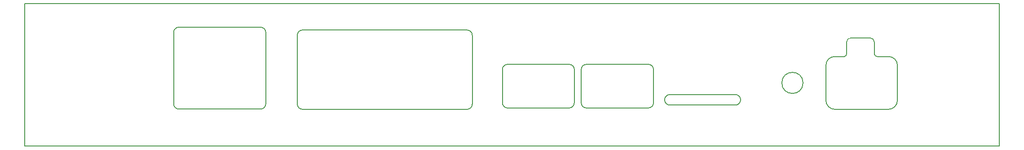
<source format=gko>
G04*
G04 #@! TF.GenerationSoftware,Altium Limited,Altium Designer,25.2.1 (25)*
G04*
G04 Layer_Color=16711935*
%FSLAX44Y44*%
%MOMM*%
G71*
G04*
G04 #@! TF.SameCoordinates,62041A71-F918-47F9-96D0-25FA0287C397*
G04*
G04*
G04 #@! TF.FilePolarity,Positive*
G04*
G01*
G75*
%ADD11C,0.1270*%
D11*
X1628364Y69812D02*
G03*
X1645132Y86580I-0J16768D01*
G01*
Y153140D02*
G03*
X1628364Y169908I-16768J0D01*
G01*
X1601610Y174479D02*
G03*
X1607437Y169908I5199J628D01*
G01*
X1601610Y197231D02*
G03*
X1593689Y205152I-7921J-0D01*
G01*
X1557228D02*
G03*
X1549307Y197231I0J-7921D01*
G01*
X1544869Y169908D02*
G03*
X1549307Y174346I0J4438D01*
G01*
X1527156Y169908D02*
G03*
X1510388Y153140I0J-16768D01*
G01*
Y86580D02*
G03*
X1527156Y69812I16768J-0D01*
G01*
X1175438Y72239D02*
G03*
X1185424Y82225I-0J9987D01*
G01*
Y145126D02*
G03*
X1175438Y155113I-9987J0D01*
G01*
X1059107D02*
G03*
X1049120Y145126I-0J-9987D01*
G01*
Y82225D02*
G03*
X1059107Y72239I9987J0D01*
G01*
X900448Y82225D02*
G03*
X910434Y72239I9987J-0D01*
G01*
X1026101D02*
G03*
X1036088Y82225I0J9987D01*
G01*
Y145126D02*
G03*
X1026101Y155113I-9987J-0D01*
G01*
X910434D02*
G03*
X900448Y145126I0J-9987D01*
G01*
X513876Y79676D02*
G03*
X523863Y69689I9987J0D01*
G01*
X833724D02*
G03*
X843710Y79676I0J9987D01*
G01*
Y210187D02*
G03*
X833724Y220174I-9987J0D01*
G01*
X523863D02*
G03*
X513876Y210187I0J-9987D01*
G01*
X280699Y80157D02*
G03*
X290685Y70170I9987J0D01*
G01*
X444463D02*
G03*
X454450Y80157I0J9987D01*
G01*
Y215541D02*
G03*
X444463Y225528I-9987J-0D01*
G01*
X290685D02*
G03*
X280699Y215541I0J-9987D01*
G01*
X1216287Y97808D02*
G03*
X1206287Y87808I0J-10000D01*
G01*
X1206304Y87796D02*
G03*
X1216304Y77797I10000J0D01*
G01*
X1339587Y77762D02*
G03*
X1349587Y87762I0J10000D01*
G01*
X1349605Y87773D02*
G03*
X1339605Y97773I-10000J0D01*
G01*
X1467232Y119865D02*
G03*
X1467232Y119865I-20000J0D01*
G01*
X1645132Y86580D02*
Y153140D01*
X1527156Y69812D02*
X1628364D01*
X1607437Y169908D02*
X1628364D01*
X1601610Y174479D02*
Y197231D01*
X1549307Y174346D02*
Y197231D01*
X1557228Y205152D02*
X1593689D01*
X1527156Y169908D02*
X1544869D01*
X1510388Y86580D02*
Y153140D01*
X1059107Y72239D02*
X1175438D01*
X1185424Y82225D02*
Y145126D01*
X1059107Y155113D02*
X1175438D01*
X1049120Y82225D02*
Y145126D01*
X900448Y82225D02*
Y145126D01*
X910434Y72239D02*
X1026101D01*
X1036088Y82225D02*
Y145126D01*
X910434Y155113D02*
X1026101D01*
X513876Y79676D02*
Y210187D01*
X523863Y69689D02*
X833724D01*
X843710Y79676D02*
Y210187D01*
X523863Y220174D02*
X833724D01*
X280699Y80157D02*
Y215541D01*
X290685Y70170D02*
X444463D01*
X454450Y80157D02*
Y215541D01*
X290685Y225528D02*
X444463D01*
X1216287Y97768D02*
X1339605Y97773D01*
X1837300Y0D02*
Y270000D01*
X0D02*
X1837300D01*
X0Y0D02*
Y270000D01*
X1216304Y77768D02*
X1339587D01*
X0Y0D02*
X1837300D01*
M02*

</source>
